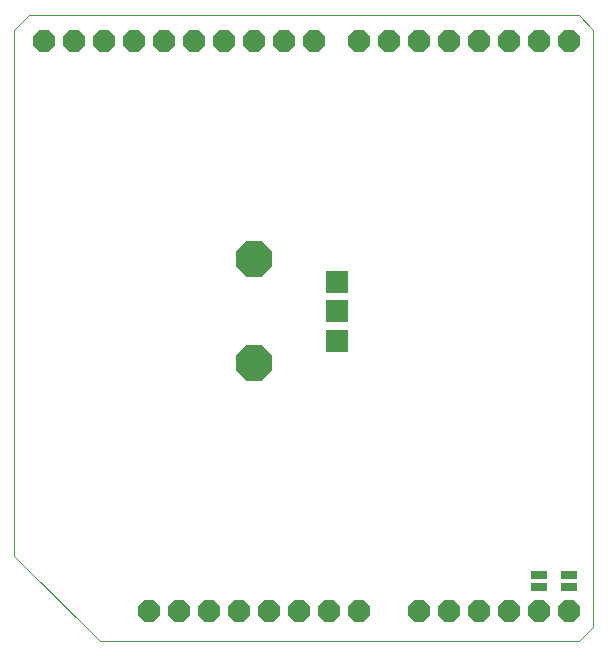
<source format=gbs>
G75*
%MOIN*%
%OFA0B0*%
%FSLAX25Y25*%
%IPPOS*%
%LPD*%
%AMOC8*
5,1,8,0,0,1.08239X$1,22.5*
%
%ADD10C,0.00004*%
%ADD11R,0.05400X0.02900*%
%ADD12R,0.07800X0.07800*%
%ADD13OC8,0.12211*%
%ADD14OC8,0.07400*%
D10*
X0008874Y0037220D02*
X0037220Y0008874D01*
X0197063Y0008874D01*
X0201787Y0013598D01*
X0201787Y0212811D01*
X0197063Y0217535D01*
X0013598Y0217535D01*
X0008874Y0212811D01*
X0008874Y0037220D01*
D11*
X0183874Y0030874D03*
X0183874Y0026874D03*
X0193874Y0026874D03*
X0193874Y0030874D03*
D12*
X0116433Y0109031D03*
X0116433Y0118874D03*
X0116433Y0128717D03*
D13*
X0088874Y0136197D03*
X0088874Y0101551D03*
D14*
X0083874Y0018874D03*
X0073874Y0018874D03*
X0063874Y0018874D03*
X0053874Y0018874D03*
X0093874Y0018874D03*
X0103874Y0018874D03*
X0113874Y0018874D03*
X0123874Y0018874D03*
X0143874Y0018874D03*
X0153874Y0018874D03*
X0163874Y0018874D03*
X0173874Y0018874D03*
X0183874Y0018874D03*
X0193874Y0018874D03*
X0193874Y0208874D03*
X0183874Y0208874D03*
X0173874Y0208874D03*
X0163874Y0208874D03*
X0153874Y0208874D03*
X0143874Y0208874D03*
X0133874Y0208874D03*
X0123874Y0208874D03*
X0108874Y0208874D03*
X0098874Y0208874D03*
X0088874Y0208874D03*
X0078874Y0208874D03*
X0068874Y0208874D03*
X0058874Y0208874D03*
X0048874Y0208874D03*
X0038874Y0208874D03*
X0028874Y0208874D03*
X0018874Y0208874D03*
M02*

</source>
